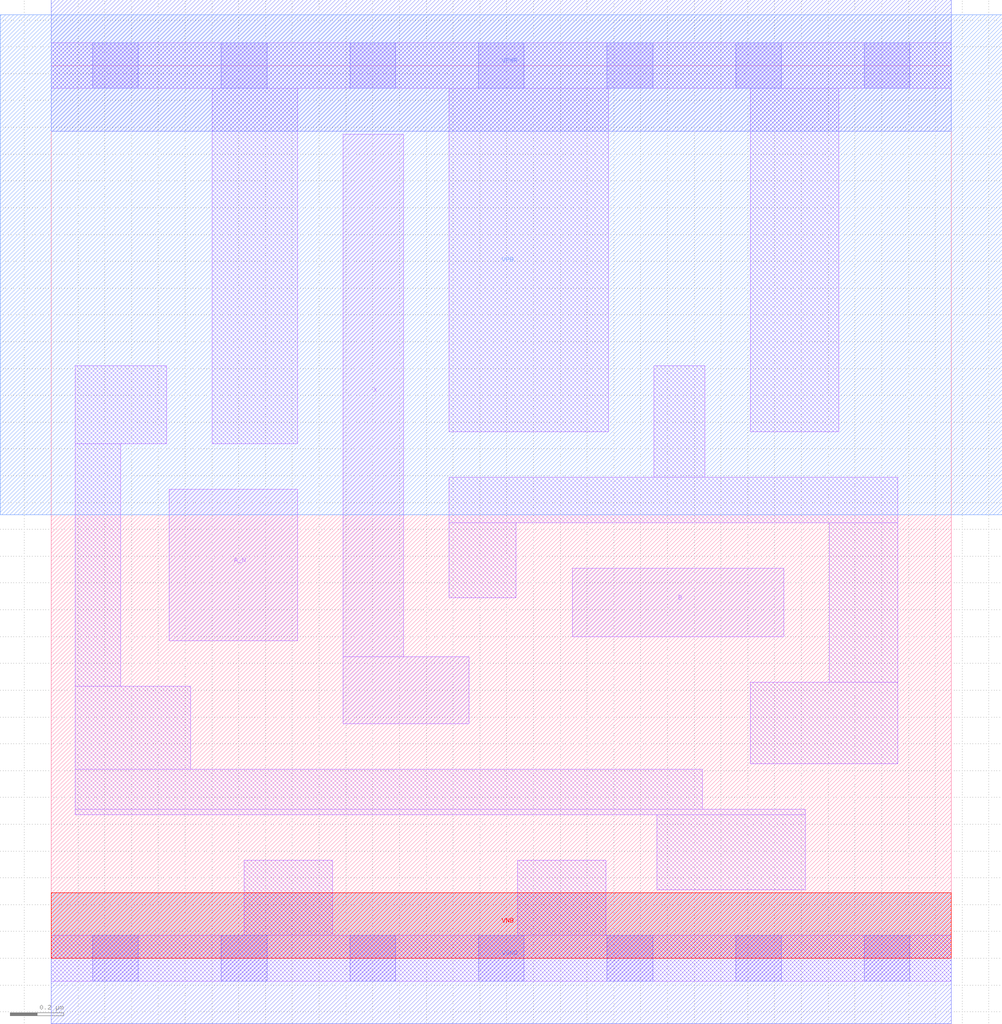
<source format=lef>
# Copyright 2020 The SkyWater PDK Authors
#
# Licensed under the Apache License, Version 2.0 (the "License");
# you may not use this file except in compliance with the License.
# You may obtain a copy of the License at
#
#     https://www.apache.org/licenses/LICENSE-2.0
#
# Unless required by applicable law or agreed to in writing, software
# distributed under the License is distributed on an "AS IS" BASIS,
# WITHOUT WARRANTIES OR CONDITIONS OF ANY KIND, either express or implied.
# See the License for the specific language governing permissions and
# limitations under the License.
#
# SPDX-License-Identifier: Apache-2.0

VERSION 5.7 ;
  NOWIREEXTENSIONATPIN ON ;
  DIVIDERCHAR "/" ;
  BUSBITCHARS "[]" ;
MACRO sky130_fd_sc_lp__and2b_2
  CLASS CORE ;
  FOREIGN sky130_fd_sc_lp__and2b_2 ;
  ORIGIN  0.000000  0.000000 ;
  SIZE  3.360000 BY  3.330000 ;
  SYMMETRY X Y R90 ;
  SITE unit ;
  PIN A_N
    ANTENNAGATEAREA  0.126000 ;
    DIRECTION INPUT ;
    USE SIGNAL ;
    PORT
      LAYER li1 ;
        RECT 0.440000 1.185000 0.920000 1.750000 ;
    END
  END A_N
  PIN B
    ANTENNAGATEAREA  0.126000 ;
    DIRECTION INPUT ;
    USE SIGNAL ;
    PORT
      LAYER li1 ;
        RECT 1.945000 1.200000 2.735000 1.455000 ;
    END
  END B
  PIN X
    ANTENNADIFFAREA  0.588000 ;
    DIRECTION OUTPUT ;
    USE SIGNAL ;
    PORT
      LAYER li1 ;
        RECT 1.090000 0.875000 1.560000 1.125000 ;
        RECT 1.090000 1.125000 1.315000 3.075000 ;
    END
  END X
  PIN VGND
    DIRECTION INOUT ;
    USE GROUND ;
    PORT
      LAYER met1 ;
        RECT 0.000000 -0.245000 3.360000 0.245000 ;
    END
  END VGND
  PIN VNB
    DIRECTION INOUT ;
    USE GROUND ;
    PORT
      LAYER pwell ;
        RECT 0.000000 0.000000 3.360000 0.245000 ;
    END
  END VNB
  PIN VPB
    DIRECTION INOUT ;
    USE POWER ;
    PORT
      LAYER nwell ;
        RECT -0.190000 1.655000 3.550000 3.520000 ;
    END
  END VPB
  PIN VPWR
    DIRECTION INOUT ;
    USE POWER ;
    PORT
      LAYER met1 ;
        RECT 0.000000 3.085000 3.360000 3.575000 ;
    END
  END VPWR
  OBS
    LAYER li1 ;
      RECT 0.000000 -0.085000 3.360000 0.085000 ;
      RECT 0.000000  3.245000 3.360000 3.415000 ;
      RECT 0.090000  0.535000 2.815000 0.555000 ;
      RECT 0.090000  0.555000 2.430000 0.705000 ;
      RECT 0.090000  0.705000 0.520000 1.015000 ;
      RECT 0.090000  1.015000 0.260000 1.920000 ;
      RECT 0.090000  1.920000 0.430000 2.210000 ;
      RECT 0.600000  1.920000 0.920000 3.245000 ;
      RECT 0.720000  0.085000 1.050000 0.365000 ;
      RECT 1.485000  1.345000 1.735000 1.625000 ;
      RECT 1.485000  1.625000 3.160000 1.795000 ;
      RECT 1.485000  1.965000 2.080000 3.245000 ;
      RECT 1.740000  0.085000 2.070000 0.365000 ;
      RECT 2.250000  1.795000 2.440000 2.210000 ;
      RECT 2.260000  0.255000 2.815000 0.535000 ;
      RECT 2.610000  0.725000 3.160000 1.030000 ;
      RECT 2.610000  1.965000 2.940000 3.245000 ;
      RECT 2.905000  1.030000 3.160000 1.625000 ;
    LAYER mcon ;
      RECT 0.155000 -0.085000 0.325000 0.085000 ;
      RECT 0.155000  3.245000 0.325000 3.415000 ;
      RECT 0.635000 -0.085000 0.805000 0.085000 ;
      RECT 0.635000  3.245000 0.805000 3.415000 ;
      RECT 1.115000 -0.085000 1.285000 0.085000 ;
      RECT 1.115000  3.245000 1.285000 3.415000 ;
      RECT 1.595000 -0.085000 1.765000 0.085000 ;
      RECT 1.595000  3.245000 1.765000 3.415000 ;
      RECT 2.075000 -0.085000 2.245000 0.085000 ;
      RECT 2.075000  3.245000 2.245000 3.415000 ;
      RECT 2.555000 -0.085000 2.725000 0.085000 ;
      RECT 2.555000  3.245000 2.725000 3.415000 ;
      RECT 3.035000 -0.085000 3.205000 0.085000 ;
      RECT 3.035000  3.245000 3.205000 3.415000 ;
  END
END sky130_fd_sc_lp__and2b_2
END LIBRARY

</source>
